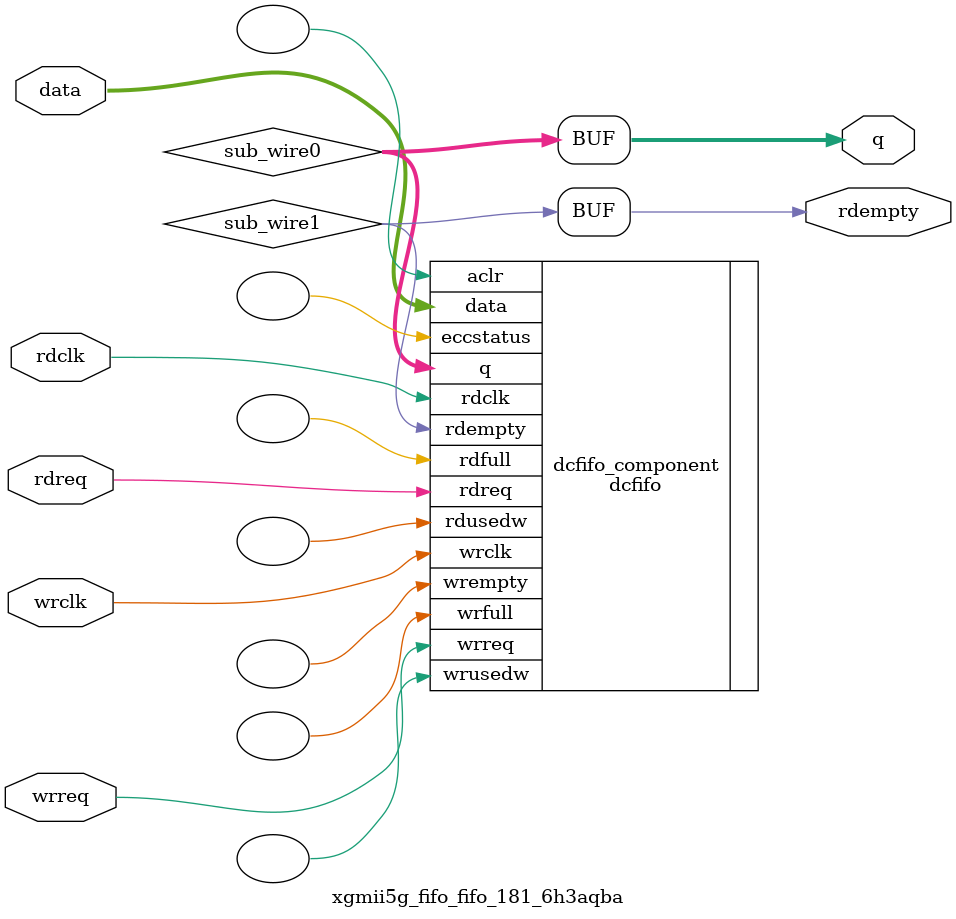
<source format=v>



`timescale 1 ps / 1 ps
// synopsys translate_on
module  xgmii5g_fifo_fifo_181_6h3aqba  (
    data,
    rdclk,
    rdreq,
    wrclk,
    wrreq,
    q,
    rdempty);

    input  [71:0]  data;
    input    rdclk;
    input    rdreq;
    input    wrclk;
    input    wrreq;
    output [71:0]  q;
    output   rdempty;

    wire [71:0] sub_wire0;
    wire  sub_wire1;
    wire [71:0] q = sub_wire0[71:0];
    wire  rdempty = sub_wire1;

    dcfifo  dcfifo_component (
                .data (data),
                .rdclk (rdclk),
                .rdreq (rdreq),
                .wrclk (wrclk),
                .wrreq (wrreq),
                .q (sub_wire0),
                .rdempty (sub_wire1),
                .aclr (),
                .eccstatus (),
                .rdfull (),
                .rdusedw (),
                .wrempty (),
                .wrfull (),
                .wrusedw ());
    defparam
        dcfifo_component.enable_ecc  = "FALSE",
        dcfifo_component.intended_device_family  = "Arria 10",
        dcfifo_component.lpm_hint  = "DISABLE_DCFIFO_EMBEDDED_TIMING_CONSTRAINT=TRUE",
        dcfifo_component.lpm_numwords  = 512,
        dcfifo_component.lpm_showahead  = "OFF",
        dcfifo_component.lpm_type  = "dcfifo",
        dcfifo_component.lpm_width  = 72,
        dcfifo_component.lpm_widthu  = 9,
        dcfifo_component.overflow_checking  = "ON",
        dcfifo_component.rdsync_delaypipe  = 5,
        dcfifo_component.underflow_checking  = "ON",
        dcfifo_component.use_eab  = "ON",
        dcfifo_component.wrsync_delaypipe  = 5;


endmodule



</source>
